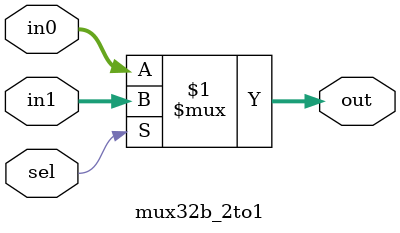
<source format=v>

`timescale 1ns / 1ps

module mux32b_2to1(in0, in1, sel, out);
    input [31:0] in0, in1;
    input sel;
    output [31:0] out;
    
    assign out = sel ? in1 : in0;
endmodule

</source>
